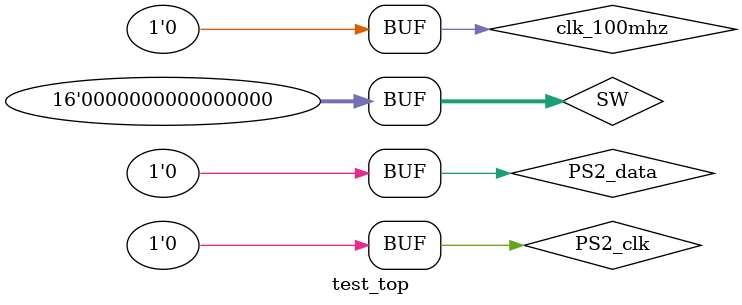
<source format=v>
`timescale 1ns / 1ps


module test_top;

	// Inputs
	reg clk_100mhz;
	reg [15:0] SW;
	reg PS2_data;
	reg PS2_clk;

	// Outputs
	wire [3:0] Blue;
	wire [3:0] Green;
	wire [3:0] Red;
	wire HSYNC;
	wire VSYNC;
	wire Buzzer;

	// Instantiate the Unit Under Test (UUT)
	top uut (
		.clk_100mhz(clk_100mhz), 
		.SW(SW), 
		.PS2_data(PS2_data), 
		.PS2_clk(PS2_clk), 
		.Blue(Blue), 
		.Green(Green), 
		.Red(Red), 
		.HSYNC(HSYNC), 
		.VSYNC(VSYNC), 
		.Buzzer(Buzzer)
	);

	initial begin
		// Initialize Inputs
		clk_100mhz = 0;
		SW = 0;
		PS2_data = 0;
		PS2_clk = 0;

		// Wait 100 ns for global reset to finish
		#100;
        
		// Add stimulus here

	end
      
endmodule


</source>
